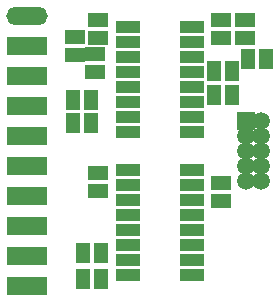
<source format=gts>
G04 (created by PCBNEW-RS274X (2012-01-19 BZR 3256)-stable) date 2/28/2013 8:15:35 AM*
G01*
G70*
G90*
%MOIN*%
G04 Gerber Fmt 3.4, Leading zero omitted, Abs format*
%FSLAX34Y34*%
G04 APERTURE LIST*
%ADD10C,0.006000*%
%ADD11R,0.081000X0.043600*%
%ADD12R,0.065000X0.045000*%
%ADD13R,0.045000X0.065000*%
%ADD14R,0.059400X0.059400*%
%ADD15C,0.059400*%
%ADD16R,0.138100X0.059400*%
%ADD17O,0.138100X0.059400*%
G04 APERTURE END LIST*
G54D10*
G54D11*
X45276Y-32677D03*
X45276Y-33177D03*
X45276Y-33677D03*
X45276Y-34177D03*
X45276Y-34677D03*
X45276Y-35177D03*
X45276Y-35677D03*
X45276Y-36177D03*
X47402Y-36177D03*
X47402Y-35677D03*
X47402Y-35177D03*
X47402Y-34677D03*
X47402Y-34177D03*
X47402Y-33677D03*
X47402Y-33177D03*
X47402Y-32677D03*
X45276Y-27913D03*
X45276Y-28413D03*
X45276Y-28913D03*
X45276Y-29413D03*
X45276Y-29913D03*
X45276Y-30413D03*
X45276Y-30913D03*
X45276Y-31413D03*
X47402Y-31413D03*
X47402Y-30913D03*
X47402Y-30413D03*
X47402Y-29913D03*
X47402Y-29413D03*
X47402Y-28913D03*
X47402Y-28413D03*
X47402Y-27913D03*
G54D12*
X44193Y-29414D03*
X44193Y-28814D03*
G54D13*
X44375Y-36299D03*
X43775Y-36299D03*
X44040Y-30335D03*
X43440Y-30335D03*
X44040Y-31102D03*
X43440Y-31102D03*
X48765Y-29370D03*
X48165Y-29370D03*
X48765Y-30157D03*
X48165Y-30157D03*
X49867Y-28976D03*
X49267Y-28976D03*
G54D12*
X44291Y-32771D03*
X44291Y-33371D03*
X44291Y-27653D03*
X44291Y-28253D03*
X48386Y-27653D03*
X48386Y-28253D03*
X48386Y-33106D03*
X48386Y-33706D03*
X43504Y-28243D03*
X43504Y-28843D03*
G54D13*
X43775Y-35433D03*
X44375Y-35433D03*
G54D12*
X49173Y-27653D03*
X49173Y-28253D03*
G54D14*
X49213Y-31028D03*
G54D15*
X49713Y-31028D03*
X49213Y-31528D03*
X49713Y-31528D03*
X49213Y-32028D03*
X49713Y-32028D03*
X49213Y-32528D03*
X49713Y-32528D03*
X49213Y-33028D03*
X49713Y-33028D03*
G54D16*
X41929Y-28528D03*
X41929Y-29528D03*
G54D17*
X41929Y-27528D03*
G54D16*
X41929Y-30528D03*
X41929Y-31528D03*
X41929Y-32528D03*
X41929Y-33528D03*
X41929Y-34528D03*
X41929Y-35528D03*
X41929Y-36528D03*
M02*

</source>
